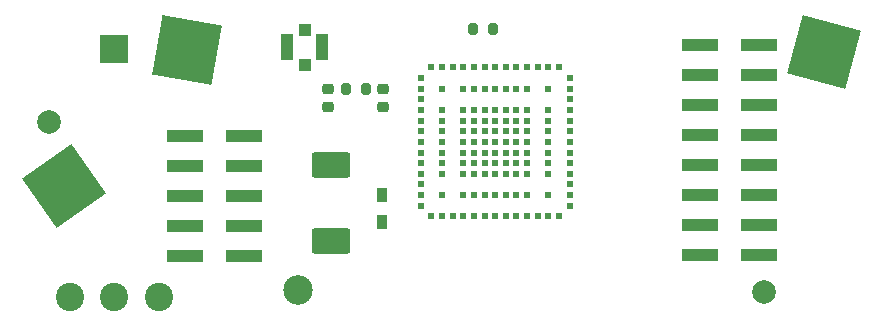
<source format=gbr>
%TF.GenerationSoftware,KiCad,Pcbnew,8.0.5*%
%TF.CreationDate,2024-10-21T10:38:41+01:00*%
%TF.ProjectId,LEXI-R422-Rev 3,4c455849-2d52-4343-9232-2d5265762033,rev?*%
%TF.SameCoordinates,Original*%
%TF.FileFunction,Soldermask,Bot*%
%TF.FilePolarity,Negative*%
%FSLAX46Y46*%
G04 Gerber Fmt 4.6, Leading zero omitted, Abs format (unit mm)*
G04 Created by KiCad (PCBNEW 8.0.5) date 2024-10-21 10:38:41*
%MOMM*%
%LPD*%
G01*
G04 APERTURE LIST*
G04 Aperture macros list*
%AMRoundRect*
0 Rectangle with rounded corners*
0 $1 Rounding radius*
0 $2 $3 $4 $5 $6 $7 $8 $9 X,Y pos of 4 corners*
0 Add a 4 corners polygon primitive as box body*
4,1,4,$2,$3,$4,$5,$6,$7,$8,$9,$2,$3,0*
0 Add four circle primitives for the rounded corners*
1,1,$1+$1,$2,$3*
1,1,$1+$1,$4,$5*
1,1,$1+$1,$6,$7*
1,1,$1+$1,$8,$9*
0 Add four rect primitives between the rounded corners*
20,1,$1+$1,$2,$3,$4,$5,0*
20,1,$1+$1,$4,$5,$6,$7,0*
20,1,$1+$1,$6,$7,$8,$9,0*
20,1,$1+$1,$8,$9,$2,$3,0*%
%AMRotRect*
0 Rectangle, with rotation*
0 The origin of the aperture is its center*
0 $1 length*
0 $2 width*
0 $3 Rotation angle, in degrees counterclockwise*
0 Add horizontal line*
21,1,$1,$2,0,0,$3*%
G04 Aperture macros list end*
%ADD10R,2.400000X2.400000*%
%ADD11C,2.400000*%
%ADD12C,2.500000*%
%ADD13RoundRect,0.250001X1.399999X-0.837499X1.399999X0.837499X-1.399999X0.837499X-1.399999X-0.837499X0*%
%ADD14R,1.000000X1.000000*%
%ADD15R,1.050000X2.200000*%
%ADD16R,3.150000X1.000000*%
%ADD17R,0.600000X0.600000*%
%ADD18RotRect,5.100000X5.100000X170.000000*%
%ADD19C,2.000000*%
%ADD20RoundRect,0.200000X-0.200000X-0.275000X0.200000X-0.275000X0.200000X0.275000X-0.200000X0.275000X0*%
%ADD21R,0.950000X1.200000*%
%ADD22RoundRect,0.225000X-0.250000X0.225000X-0.250000X-0.225000X0.250000X-0.225000X0.250000X0.225000X0*%
%ADD23RotRect,5.100000X5.100000X165.000000*%
%ADD24RotRect,5.100000X5.100000X125.000000*%
G04 APERTURE END LIST*
D10*
%TO.C,BT1*%
X11750000Y19500000D03*
D11*
X11750000Y-1500000D03*
X15500000Y-1500000D03*
X8000000Y-1500000D03*
%TD*%
D12*
%TO.C,H1*%
X27330400Y-863600D03*
%TD*%
D13*
%TO.C,C5*%
X30060000Y3292500D03*
X30060000Y9667500D03*
%TD*%
D14*
%TO.C,J12*%
X27875000Y18150000D03*
D15*
X29350000Y19650000D03*
D14*
X27875000Y21150000D03*
D15*
X26400000Y19650000D03*
%TD*%
D16*
%TO.C,J3*%
X66350000Y19840000D03*
X66350000Y17300000D03*
X66350000Y14760000D03*
X66350000Y12220000D03*
X66350000Y9680000D03*
X66350000Y7140000D03*
X66350000Y4600000D03*
X66350000Y2060000D03*
X61300000Y19840000D03*
X61300000Y17300000D03*
X61300000Y14760000D03*
X61300000Y12220000D03*
X61300000Y9680000D03*
X61300000Y7140000D03*
X61300000Y4600000D03*
X61300000Y2060000D03*
%TD*%
D17*
%TO.C,M1*%
X37700000Y17050000D03*
X37700000Y16150000D03*
X37700000Y15250000D03*
X37700000Y14350000D03*
X37700000Y13450000D03*
X37700000Y12550000D03*
X37700000Y11650000D03*
X37700000Y10750000D03*
X37700000Y9850000D03*
X37700000Y8950000D03*
X37700000Y8050000D03*
X37700000Y7150000D03*
X37700000Y6250000D03*
X38600000Y17950000D03*
X38600000Y5350000D03*
X39500000Y17950000D03*
X39500000Y16150000D03*
X39500000Y14350000D03*
X39500000Y13450000D03*
X39500000Y12550000D03*
X39500000Y11650000D03*
X39500000Y10750000D03*
X39500000Y9850000D03*
X39500000Y8950000D03*
X39500000Y7150000D03*
X39500000Y5350000D03*
X40400000Y17950000D03*
X40400000Y5350000D03*
X41300000Y17950000D03*
X41300000Y16150000D03*
X41300000Y14350000D03*
X41300000Y13450000D03*
X41300000Y12550000D03*
X41300000Y11650000D03*
X41300000Y10750000D03*
X41300000Y9850000D03*
X41300000Y8950000D03*
X41300000Y7150000D03*
X41300000Y5350000D03*
X42200000Y17950000D03*
X42200000Y16150000D03*
X42200000Y14350000D03*
X42200000Y13450000D03*
X42200000Y12550000D03*
X42200000Y11650000D03*
X42200000Y10750000D03*
X42200000Y9850000D03*
X42200000Y8950000D03*
X42200000Y7150000D03*
X42200000Y5350000D03*
X43100000Y17950000D03*
X43100000Y16150000D03*
X43100000Y14350000D03*
X43100000Y13450000D03*
X43100000Y12550000D03*
X43100000Y11650000D03*
X43100000Y10750000D03*
X43100000Y9850000D03*
X43100000Y8950000D03*
X43100000Y7150000D03*
X43100000Y5350000D03*
X44000000Y17950000D03*
X44000000Y16150000D03*
X44000000Y14350000D03*
X44000000Y13450000D03*
X44000000Y12550000D03*
X44000000Y11650000D03*
X44000000Y10750000D03*
X44000000Y9850000D03*
X44000000Y8950000D03*
X44000000Y7150000D03*
X44000000Y5350000D03*
X44900000Y17950000D03*
X44900000Y16150000D03*
X44900000Y14350000D03*
X44900000Y13450000D03*
X44900000Y12550000D03*
X44900000Y11650000D03*
X44900000Y10750000D03*
X44900000Y9850000D03*
X44900000Y8950000D03*
X44900000Y7150000D03*
X44900000Y5350000D03*
X45800000Y17950000D03*
X45800000Y16150000D03*
X45800000Y14350000D03*
X45800000Y13450000D03*
X45800000Y12550000D03*
X45800000Y11650000D03*
X45800000Y10750000D03*
X45800000Y9850000D03*
X45800000Y8950000D03*
X45800000Y7150000D03*
X45800000Y5350000D03*
X46700000Y17950000D03*
X46700000Y16150000D03*
X46700000Y14350000D03*
X46700000Y13450000D03*
X46700000Y12550000D03*
X46700000Y11650000D03*
X46700000Y10750000D03*
X46700000Y9850000D03*
X46700000Y8950000D03*
X46700000Y7150000D03*
X46700000Y5350000D03*
X47600000Y17950000D03*
X47600000Y5350000D03*
X48500000Y17950000D03*
X48500000Y16150000D03*
X48500000Y14350000D03*
X48500000Y13450000D03*
X48500000Y12550000D03*
X48500000Y11650000D03*
X48500000Y10750000D03*
X48500000Y9850000D03*
X48500000Y8950000D03*
X48500000Y7150000D03*
X48500000Y5350000D03*
X49400000Y17950000D03*
X49400000Y5350000D03*
X50300000Y17050000D03*
X50300000Y16150000D03*
X50300000Y15250000D03*
X50300000Y14350000D03*
X50300000Y13450000D03*
X50300000Y12550000D03*
X50300000Y11650000D03*
X50300000Y10750000D03*
X50300000Y9850000D03*
X50300000Y8950000D03*
X50300000Y8050000D03*
X50300000Y7150000D03*
X50300000Y6250000D03*
%TD*%
D18*
%TO.C,J5*%
X17897600Y19431000D03*
%TD*%
D19*
%TO.C,FID2*%
X66776600Y-1092200D03*
%TD*%
D20*
%TO.C,R4*%
X31400000Y16150000D03*
X33050000Y16150000D03*
%TD*%
%TO.C,R1*%
X42150000Y21200000D03*
X43800000Y21200000D03*
%TD*%
D21*
%TO.C,FB1*%
X34400000Y7150000D03*
X34400000Y4850000D03*
%TD*%
D16*
%TO.C,J2*%
X17700000Y1970000D03*
X17700000Y4510000D03*
X17700000Y7050000D03*
X17700000Y9590000D03*
X17700000Y12130000D03*
X22750000Y1970000D03*
X22750000Y4510000D03*
X22750000Y7050000D03*
X22750000Y9590000D03*
X22750000Y12130000D03*
%TD*%
D22*
%TO.C,C13*%
X29875000Y16150000D03*
X29875000Y14600000D03*
%TD*%
D23*
%TO.C,J6*%
X71805800Y19227800D03*
%TD*%
D24*
%TO.C,J4*%
X7467600Y7950200D03*
%TD*%
D19*
%TO.C,FID3*%
X6197600Y13309600D03*
%TD*%
D22*
%TO.C,C14*%
X34500000Y16150000D03*
X34500000Y14600000D03*
%TD*%
M02*

</source>
